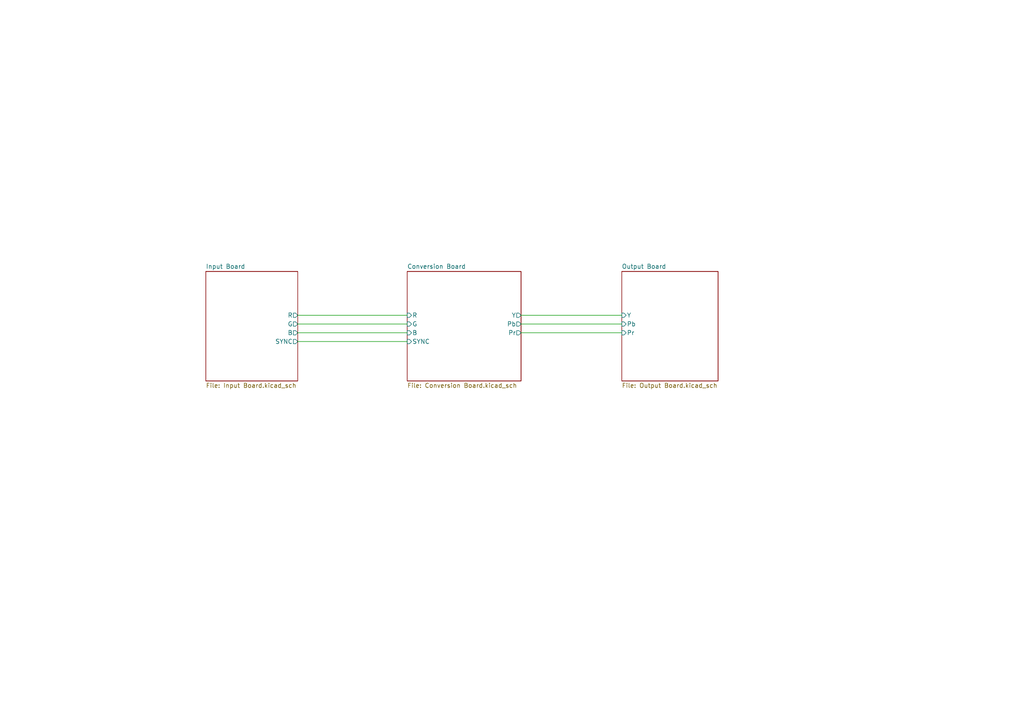
<source format=kicad_sch>
(kicad_sch (version 20211123) (generator eeschema)
  (paper "A4")
  (title_block (title "RGB-YPrPb Converter") (date "2022-10-01") (company "Designed by Miły"))
  (lib_symbols
    (symbol "Mechanical:MountingHole_Pad" (pin_numbers hide) (pin_names (offset 1.016) hide)
      (property "Reference" "H" (at 0 6.35 0))
      (property "Value" "MountingHole_Pad" (at 0 4.445 0))
      (symbol "MountingHole_Pad_0_1"
        (circle (center 0 1.27) (radius 1.27) (stroke (width 1.27)))
      )
      (symbol "MountingHole_Pad_1_1"
        (pin input line (at 0 -2.54 90) (length 2.54) (name "1") (number "1"))
      )
    )
    (symbol "power:GND" (power) (pin_names (offset 0))
      (property "Value" "GND" (at 0 -3.81 0))
      (symbol "GND_0_1"
        (polyline (pts (xy 0 0) (xy 0 -1.27) (xy 1.27 -1.27) (xy 0 -2.54) (xy -1.27 -1.27) (xy 0 -1.27)))
      )
      (symbol "GND_1_1"
        (pin power_in line (at 0 0 270) (length 0) hide (name "GND") (number "1"))
      )
    )
  )
  (wire (pts (xy 151.13 93.98) (xy 180.34 93.98)))
  (wire (pts (xy 86.36 96.52) (xy 118.11 96.52)))
  (wire (pts (xy 151.13 96.52) (xy 180.34 96.52)))
  (wire (pts (xy 86.36 91.44) (xy 118.11 91.44)))
  (wire (pts (xy 86.36 93.98) (xy 118.11 93.98)))
  (wire (pts (xy 86.36 99.06) (xy 118.11 99.06)))
  (wire (pts (xy 151.13 91.44) (xy 180.34 91.44)))
  (symbol (lib_id "Mechanical:MountingHole_Pad") (at 322.58 171.45 0) (unit 1)
    (property "Reference" "H1" (at 325.12 168.9099 0) (effects (justify left)))
    (property "Value" "DNP" (at 325.12 171.4499 0) (effects (justify left)))
    (property "Footprint" "MountingHole:MountingHole_3.2mm_M3_ISO7380_Pad" (effects hide))
  )
  (symbol (lib_id "power:GND") (at 354.33 173.99 0) (unit 1)
    (property "Reference" "#PWR029" (effects hide))
    (property "Value" "GND" (at 354.33 179.07 0))
  )
  (symbol (lib_id "power:GND") (at 344.17 173.99 0) (unit 1)
    (property "Reference" "#PWR026" (effects hide))
    (property "Value" "GND" (at 344.17 179.07 0))
  )
  (symbol (lib_id "power:GND") (at 332.74 173.99 0) (unit 1)
    (property "Reference" "#PWR022" (effects hide))
    (property "Value" "GND" (at 332.74 179.07 0))
  )
  (symbol (lib_id "power:GND") (at 322.58 173.99 0) (unit 1)
    (property "Reference" "#PWR018" (effects hide))
    (property "Value" "GND" (at 322.58 179.07 0))
  )
  (symbol (lib_id "Mechanical:MountingHole_Pad") (at 354.33 171.45 0) (unit 1)
    (property "Reference" "H4" (at 356.87 168.9099 0) (effects (justify left)))
    (property "Value" "DNP" (at 356.87 171.4499 0) (effects (justify left)))
    (property "Footprint" "MountingHole:MountingHole_3.2mm_M3_ISO7380_Pad" (effects hide))
  )
  (symbol (lib_id "Mechanical:MountingHole_Pad") (at 344.17 171.45 0) (unit 1)
    (property "Reference" "H3" (at 346.71 168.9099 0) (effects (justify left)))
    (property "Value" "DNP" (at 346.71 171.4499 0) (effects (justify left)))
    (property "Footprint" "MountingHole:MountingHole_3.2mm_M3_ISO7380_Pad" (effects hide))
  )
  (symbol (lib_id "Mechanical:MountingHole_Pad") (at 332.74 171.45 0) (unit 1)
    (property "Reference" "H2" (at 335.28 168.9099 0) (effects (justify left)))
    (property "Value" "DNP" (at 335.28 171.4499 0) (effects (justify left)))
    (property "Footprint" "MountingHole:MountingHole_3.2mm_M3_ISO7380_Pad" (effects hide))
  )
  (sheet (at 180.34 78.74) (size 27.94 31.75) (stroke (width 0.1524))
    (property "Sheet name" "Output Board" (at 180.34 78.0284 0) (effects (justify left bottom)))
    (property "Sheet file" "Output Board.kicad_sch" (at 180.34 111.0746 0) (effects (justify left top)))
    (pin "Pb" input (at 180.34 93.98 180))
    (pin "Pr" input (at 180.34 96.52 180))
    (pin "Y" input (at 180.34 91.44 180))
  )
  (sheet (at 59.69 78.74) (size 26.67 31.75) (stroke (width 0.1524))
    (property "Sheet name" "Input Board" (at 59.69 78.0284 0) (effects (justify left bottom)))
    (property "Sheet file" "Input Board.kicad_sch" (at 59.69 111.0746 0) (effects (justify left top)))
    (pin "R" output (at 86.36 91.44 0))
    (pin "G" output (at 86.36 93.98 0))
    (pin "B" output (at 86.36 96.52 0))
    (pin "SYNC" output (at 86.36 99.06 0))
  )
  (sheet (at 118.11 78.74) (size 33.02 31.75) (stroke (width 0.1524))
    (property "Sheet name" "Conversion Board" (at 118.11 78.0284 0) (effects (justify left bottom)))
    (property "Sheet file" "Conversion Board.kicad_sch" (at 118.11 111.0746 0) (effects (justify left top)))
    (pin "B" input (at 118.11 96.52 180))
    (pin "R" input (at 118.11 91.44 180))
    (pin "G" input (at 118.11 93.98 180))
    (pin "Pr" output (at 151.13 96.52 0))
    (pin "Pb" output (at 151.13 93.98 0))
    (pin "SYNC" input (at 118.11 99.06 180))
    (pin "Y" output (at 151.13 91.44 0))
  )
)
</source>
